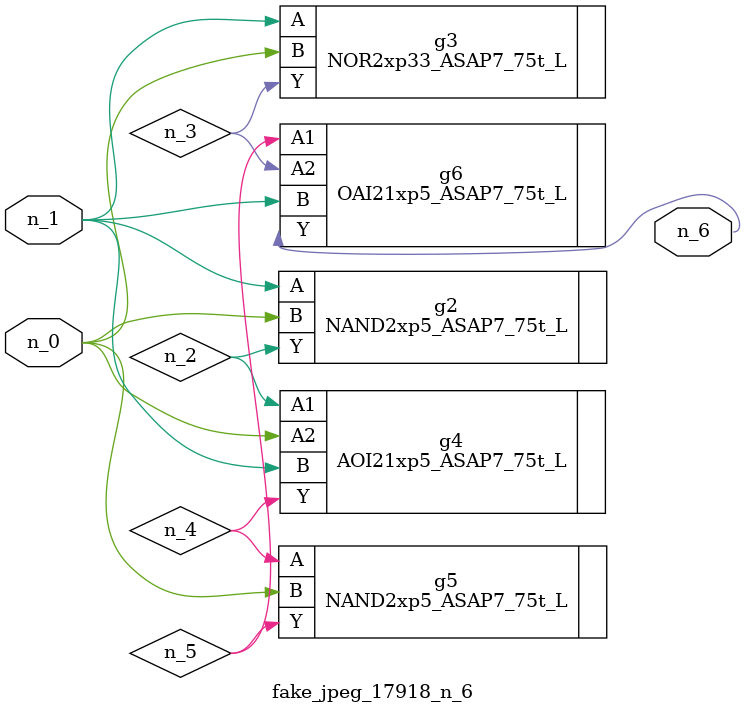
<source format=v>
module fake_jpeg_17918_n_6 (n_0, n_1, n_6);

input n_0;
input n_1;

output n_6;

wire n_2;
wire n_3;
wire n_4;
wire n_5;

NAND2xp5_ASAP7_75t_L g2 ( 
.A(n_1),
.B(n_0),
.Y(n_2)
);

NOR2xp33_ASAP7_75t_L g3 ( 
.A(n_1),
.B(n_0),
.Y(n_3)
);

AOI21xp5_ASAP7_75t_L g4 ( 
.A1(n_2),
.A2(n_0),
.B(n_1),
.Y(n_4)
);

NAND2xp5_ASAP7_75t_L g5 ( 
.A(n_4),
.B(n_0),
.Y(n_5)
);

OAI21xp5_ASAP7_75t_L g6 ( 
.A1(n_5),
.A2(n_3),
.B(n_1),
.Y(n_6)
);


endmodule
</source>
